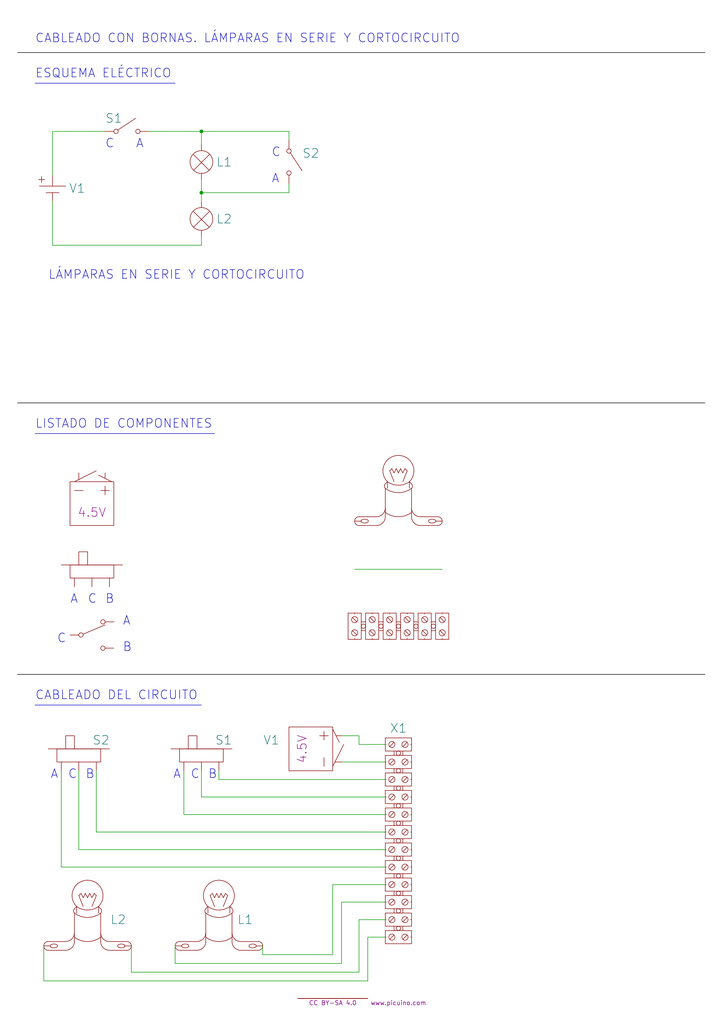
<source format=kicad_sch>
(kicad_sch (version 20211123) (generator eeschema)
  (paper "A4" portrait)
  (title_block (title "CABLEADO CON BORNAS. LÁMPARAS EN SERIE Y CORTOCIRCUITO") (date "14/12/2018") (company "www.picuino.com") (comment 1 "Copyright (c) 2018 by Carlos Pardo") (comment 2 "License CC BY-SA 4.0"))
  (lib_symbols
    (symbol "simbolos:CopyRight" (pin_names (offset 1.016))
      (property "License" "CC BY-SA 4.0" (at -1.27 -1.27 0))
      (property "Web" "www.picuino.com" (at 0 -1.27 0))
      (symbol "CopyRight_0_1"
        (polyline (pts (xy -10.16 0) (xy 10.16 0)) (stroke (width 0.2032)))
      )
    )
    (symbol "simbolos:Pila" (pin_names (offset 1.016))
      (property "Reference" "V" (at 5.08 -4.445 0))
      (symbol "Pila_0_1"
        (polyline (pts (xy -4.064 -1.27) (xy -2.286 -1.27)))
        (polyline (pts (xy -3.81 -3.175) (xy 3.81 -3.175)))
        (polyline (pts (xy -3.175 -0.381) (xy -3.175 -2.159)))
        (polyline (pts (xy -1.905 -5.08) (xy 1.905 -5.08)))
      )
      (symbol "Pila_1_1"
        (pin input line (at 0 -7.62 90) (length 2.54) (name "") (number ""))
        (pin input line (at 0 0 270) (length 3.175) (name "") (number ""))
      )
    )
    (symbol "simbolos:borna_12x2" (pin_names (offset 1.016))
      (property "Reference" "X" (at 3.81 3.81 0))
      (symbol "borna_12x2_0_1"
        (rectangle (start 0 -53.975) (end 7.62 -57.785))
        (rectangle (start 0 -48.895) (end 7.62 -52.705))
        (rectangle (start 0 -43.815) (end 7.62 -47.625))
        (rectangle (start 0 -38.735) (end 7.62 -42.545))
        (rectangle (start 0 -33.655) (end 7.62 -37.465))
        (rectangle (start 0 -28.575) (end 7.62 -32.385))
        (rectangle (start 0 -23.495) (end 7.62 -27.305))
        (rectangle (start 0 -18.415) (end 7.62 -22.225))
        (rectangle (start 0 -13.335) (end 7.62 -17.145))
        (rectangle (start 0 -8.255) (end 7.62 -12.065))
        (rectangle (start 0 -3.175) (end 7.62 -6.985))
        (polyline (pts (xy 1.27 -56.515) (xy 2.54 -55.245)))
        (polyline (pts (xy 1.27 -51.435) (xy 2.54 -50.165)))
        (polyline (pts (xy 1.27 -46.355) (xy 2.54 -45.085)))
        (polyline (pts (xy 1.27 -41.275) (xy 2.54 -40.005)))
        (polyline (pts (xy 1.27 -36.195) (xy 2.54 -34.925)))
        (polyline (pts (xy 1.27 -31.115) (xy 2.54 -29.845)))
        (polyline (pts (xy 1.27 -26.035) (xy 2.54 -24.765)))
        (polyline (pts (xy 1.27 -20.955) (xy 2.54 -19.685)))
        (polyline (pts (xy 1.27 -15.875) (xy 2.54 -14.605)))
        (polyline (pts (xy 1.27 -10.795) (xy 2.54 -9.525)))
        (polyline (pts (xy 1.27 -5.715) (xy 2.54 -4.445)))
        (polyline (pts (xy 1.27 -0.635) (xy 2.54 0.635)))
        (polyline (pts (xy 2.54 -53.975) (xy 2.54 -52.705)))
        (polyline (pts (xy 2.54 -48.895) (xy 2.54 -47.625)))
        (polyline (pts (xy 2.54 -43.815) (xy 2.54 -42.545)))
        (polyline (pts (xy 2.54 -38.735) (xy 2.54 -37.465)))
        (polyline (pts (xy 2.54 -33.655) (xy 2.54 -32.385)))
        (polyline (pts (xy 2.54 -28.575) (xy 2.54 -27.305)))
        (polyline (pts (xy 2.54 -23.495) (xy 2.54 -22.225)))
        (polyline (pts (xy 2.54 -18.415) (xy 2.54 -17.145)))
        (polyline (pts (xy 2.54 -13.335) (xy 2.54 -12.065)))
        (polyline (pts (xy 2.54 -8.255) (xy 2.54 -6.985)))
        (polyline (pts (xy 2.54 -3.175) (xy 2.54 -1.905)))
        (polyline (pts (xy 5.08 -56.515) (xy 6.35 -55.245)))
        (polyline (pts (xy 5.08 -53.975) (xy 5.08 -52.705)))
        (polyline (pts (xy 5.08 -51.435) (xy 6.35 -50.165)))
        (polyline (pts (xy 5.08 -48.895) (xy 5.08 -47.625)))
        (polyline (pts (xy 5.08 -46.355) (xy 6.35 -45.085)))
        (polyline (pts (xy 5.08 -43.815) (xy 5.08 -42.545)))
        (polyline (pts (xy 5.08 -41.275) (xy 6.35 -40.005)))
        (polyline (pts (xy 5.08 -38.735) (xy 5.08 -37.465)))
        (polyline (pts (xy 5.08 -36.195) (xy 6.35 -34.925)))
        (polyline (pts (xy 5.08 -33.655) (xy 5.08 -32.385)))
        (polyline (pts (xy 5.08 -31.115) (xy 6.35 -29.845)))
        (polyline (pts (xy 5.08 -28.575) (xy 5.08 -27.305)))
        (polyline (pts (xy 5.08 -26.035) (xy 6.35 -24.765)))
        (polyline (pts (xy 5.08 -23.495) (xy 5.08 -22.225)))
        (polyline (pts (xy 5.08 -20.955) (xy 6.35 -19.685)))
        (polyline (pts (xy 5.08 -18.415) (xy 5.08 -17.145)))
        (polyline (pts (xy 5.08 -15.875) (xy 6.35 -14.605)))
        (polyline (pts (xy 5.08 -13.335) (xy 5.08 -12.065)))
        (polyline (pts (xy 5.08 -10.795) (xy 6.35 -9.525)))
        (polyline (pts (xy 5.08 -8.255) (xy 5.08 -6.985)))
        (polyline (pts (xy 5.08 -5.715) (xy 6.35 -4.445)))
        (polyline (pts (xy 5.08 -3.175) (xy 5.08 -1.905)))
        (polyline (pts (xy 5.08 -0.635) (xy 6.35 0.635)))
        (rectangle (start 0 1.905) (end 7.62 -1.905))
        (circle (center 1.905 -55.88) (radius 0.889))
        (circle (center 1.905 -50.8) (radius 0.889))
        (circle (center 1.905 -45.72) (radius 0.889))
        (circle (center 1.905 -40.64) (radius 0.889))
        (circle (center 1.905 -35.56) (radius 0.889))
        (circle (center 1.905 -30.48) (radius 0.889))
        (circle (center 1.905 -25.4) (radius 0.889))
        (circle (center 1.905 -20.32) (radius 0.889))
        (circle (center 1.905 -15.24) (radius 0.889))
        (circle (center 1.905 -10.16) (radius 0.889))
        (circle (center 1.905 -5.08) (radius 0.889))
        (circle (center 1.905 0) (radius 0.889))
        (circle (center 3.81 -53.34) (radius 0.635))
        (circle (center 3.81 -48.26) (radius 0.635))
        (circle (center 3.81 -43.18) (radius 0.635))
        (circle (center 3.81 -38.1) (radius 0.635))
        (circle (center 3.81 -33.02) (radius 0.635))
        (circle (center 3.81 -27.94) (radius 0.635))
        (circle (center 3.81 -22.86) (radius 0.635))
        (circle (center 3.81 -17.78) (radius 0.635))
        (circle (center 3.81 -12.7) (radius 0.635))
        (circle (center 3.81 -7.62) (radius 0.635))
        (circle (center 3.81 -2.54) (radius 0.635))
        (circle (center 5.715 -55.88) (radius 0.889))
        (circle (center 5.715 -50.8) (radius 0.889))
        (circle (center 5.715 -45.72) (radius 0.889))
        (circle (center 5.715 -40.64) (radius 0.889))
        (circle (center 5.715 -35.56) (radius 0.889))
        (circle (center 5.715 -30.48) (radius 0.889))
        (circle (center 5.715 -25.4) (radius 0.889))
        (circle (center 5.715 -20.32) (radius 0.889))
        (circle (center 5.715 -15.24) (radius 0.889))
        (circle (center 5.715 -10.16) (radius 0.889))
        (circle (center 5.715 -5.08) (radius 0.889))
        (circle (center 5.715 0) (radius 0.889))
      )
      (symbol "borna_12x2_1_1"
        (pin input line (at 0 -55.88 0) (length 0.254) (name "") (number ""))
        (pin input line (at 0 -50.8 0) (length 0.254) (name "") (number ""))
        (pin input line (at 0 -45.72 0) (length 0.254) (name "") (number ""))
        (pin input line (at 0 -40.64 0) (length 0.254) (name "") (number ""))
        (pin input line (at 0 -35.56 0) (length 0.254) (name "") (number ""))
        (pin input line (at 0 -30.48 0) (length 0.254) (name "") (number ""))
        (pin input line (at 0 -25.4 0) (length 0.254) (name "") (number ""))
        (pin input line (at 0 -20.32 0) (length 0.254) (name "") (number ""))
        (pin input line (at 0 -15.24 0) (length 0.254) (name "") (number ""))
        (pin input line (at 0 -10.16 0) (length 0.254) (name "") (number ""))
        (pin input line (at 0 -5.08 0) (length 0.254) (name "") (number ""))
        (pin input line (at 0 0 0) (length 0.254) (name "") (number ""))
        (pin input line (at 7.62 -55.88 180) (length 0.254) (name "") (number ""))
        (pin input line (at 7.62 -50.8 180) (length 0.254) (name "") (number ""))
        (pin input line (at 7.62 -45.72 180) (length 0.254) (name "") (number ""))
        (pin input line (at 7.62 -40.64 180) (length 0.254) (name "") (number ""))
        (pin input line (at 7.62 -35.56 180) (length 0.254) (name "") (number ""))
        (pin input line (at 7.62 -30.48 180) (length 0.254) (name "") (number ""))
        (pin input line (at 7.62 -25.4 180) (length 0.254) (name "") (number ""))
        (pin input line (at 7.62 -20.32 180) (length 0.254) (name "") (number ""))
        (pin input line (at 7.62 -15.24 180) (length 0.254) (name "") (number ""))
        (pin input line (at 7.62 -10.16 180) (length 0.254) (name "") (number ""))
        (pin input line (at 7.62 -5.08 180) (length 0.254) (name "") (number ""))
        (pin input line (at 7.62 0 180) (length 0.254) (name "") (number ""))
      )
    )
    (symbol "simbolos:borna_6x2" (pin_names (offset 1.016))
      (property "Reference" "X" (at 3.81 3.81 0))
      (symbol "borna_6x2_0_1"
        (rectangle (start 0 -23.495) (end 7.62 -27.305))
        (rectangle (start 0 -18.415) (end 7.62 -22.225))
        (rectangle (start 0 -13.335) (end 7.62 -17.145))
        (rectangle (start 0 -8.255) (end 7.62 -12.065))
        (rectangle (start 0 -3.175) (end 7.62 -6.985))
        (polyline (pts (xy 1.27 -26.035) (xy 2.54 -24.765)))
        (polyline (pts (xy 1.27 -20.955) (xy 2.54 -19.685)))
        (polyline (pts (xy 1.27 -15.875) (xy 2.54 -14.605)))
        (polyline (pts (xy 1.27 -10.795) (xy 2.54 -9.525)))
        (polyline (pts (xy 1.27 -5.715) (xy 2.54 -4.445)))
        (polyline (pts (xy 1.27 -0.635) (xy 2.54 0.635)))
        (polyline (pts (xy 2.54 -23.495) (xy 2.54 -22.225)))
        (polyline (pts (xy 2.54 -18.415) (xy 2.54 -17.145)))
        (polyline (pts (xy 2.54 -13.335) (xy 2.54 -12.065)))
        (polyline (pts (xy 2.54 -8.255) (xy 2.54 -6.985)))
        (polyline (pts (xy 2.54 -3.175) (xy 2.54 -1.905)))
        (polyline (pts (xy 5.08 -26.035) (xy 6.35 -24.765)))
        (polyline (pts (xy 5.08 -23.495) (xy 5.08 -22.225)))
        (polyline (pts (xy 5.08 -20.955) (xy 6.35 -19.685)))
        (polyline (pts (xy 5.08 -18.415) (xy 5.08 -17.145)))
        (polyline (pts (xy 5.08 -15.875) (xy 6.35 -14.605)))
        (polyline (pts (xy 5.08 -13.335) (xy 5.08 -12.065)))
        (polyline (pts (xy 5.08 -10.795) (xy 6.35 -9.525)))
        (polyline (pts (xy 5.08 -8.255) (xy 5.08 -6.985)))
        (polyline (pts (xy 5.08 -5.715) (xy 6.35 -4.445)))
        (polyline (pts (xy 5.08 -3.175) (xy 5.08 -1.905)))
        (polyline (pts (xy 5.08 -0.635) (xy 6.35 0.635)))
        (rectangle (start 0 1.905) (end 7.62 -1.905))
        (circle (center 1.905 -25.4) (radius 0.889))
        (circle (center 1.905 -20.32) (radius 0.889))
        (circle (center 1.905 -15.24) (radius 0.889))
        (circle (center 1.905 -10.16) (radius 0.889))
        (circle (center 1.905 -5.08) (radius 0.889))
        (circle (center 1.905 0) (radius 0.889))
        (circle (center 3.81 -22.86) (radius 0.635))
        (circle (center 3.81 -17.78) (radius 0.635))
        (circle (center 3.81 -12.7) (radius 0.635))
        (circle (center 3.81 -7.62) (radius 0.635))
        (circle (center 3.81 -2.54) (radius 0.635))
        (circle (center 5.715 -25.4) (radius 0.889))
        (circle (center 5.715 -20.32) (radius 0.889))
        (circle (center 5.715 -15.24) (radius 0.889))
        (circle (center 5.715 -10.16) (radius 0.889))
        (circle (center 5.715 -5.08) (radius 0.889))
        (circle (center 5.715 0) (radius 0.889))
      )
      (symbol "borna_6x2_1_1"
        (pin input line (at 0 -25.4 0) (length 0.254) (name "") (number ""))
        (pin input line (at 0 -20.32 0) (length 0.254) (name "") (number ""))
        (pin input line (at 0 -15.24 0) (length 0.254) (name "") (number ""))
        (pin input line (at 0 -10.16 0) (length 0.254) (name "") (number ""))
        (pin input line (at 0 -5.08 0) (length 0.254) (name "") (number ""))
        (pin input line (at 0 0 0) (length 0.254) (name "") (number ""))
        (pin input line (at 7.62 -25.4 180) (length 0.254) (name "") (number ""))
        (pin input line (at 7.62 -20.32 180) (length 0.254) (name "") (number ""))
        (pin input line (at 7.62 -15.24 180) (length 0.254) (name "") (number ""))
        (pin input line (at 7.62 -10.16 180) (length 0.254) (name "") (number ""))
        (pin input line (at 7.62 -5.08 180) (length 0.254) (name "") (number ""))
        (pin input line (at 7.62 0 180) (length 0.254) (name "") (number ""))
      )
    )
    (symbol "simbolos:conmutador" (pin_names (offset 1.016))
      (property "Reference" "S" (at 4.445 3.175 0))
      (symbol "conmutador_0_0"
        (circle (center 3.175 0) (radius 0.635))
        (circle (center 9.525 -3.81) (radius 0.635))
        (circle (center 9.525 3.81) (radius 0.635))
      )
      (symbol "conmutador_0_1"
        (polyline (pts (xy 10.16 2.921) (xy 3.81 0.254)))
      )
      (symbol "conmutador_1_1"
        (pin input line (at 0 0 0) (length 2.54) (name "") (number ""))
        (pin input line (at 12.7 -3.81 180) (length 2.54) (name "") (number ""))
        (pin input line (at 12.7 3.81 180) (length 2.54) (name "") (number ""))
      )
    )
    (symbol "simbolos:interruptor" (pin_names (offset 1.016))
      (property "Reference" "S" (at 4.445 3.175 0))
      (symbol "interruptor_0_0"
        (polyline (pts (xy 8.89 3.81) (xy 3.683 0.381)))
        (circle (center 3.175 0) (radius 0.635))
        (circle (center 9.525 0) (radius 0.635))
      )
      (symbol "interruptor_1_1"
        (pin input line (at 0 0 0) (length 2.54) (name "") (number ""))
        (pin input line (at 12.7 0 180) (length 2.54) (name "") (number ""))
      )
    )
    (symbol "simbolos:lampara" (pin_names (offset 1.016))
      (property "Reference" "L" (at 4.445 -5.08 0))
      (symbol "lampara_0_1"
        (circle (center 0 -5.08) (radius 3.302))
        (polyline (pts (xy -2.286 -7.493) (xy 2.286 -2.921)))
        (polyline (pts (xy -2.286 -2.921) (xy 2.286 -7.493)))
      )
      (symbol "lampara_1_1"
        (pin input line (at 0 -10.16 90) (length 1.778) (name "") (number ""))
        (pin input line (at 0 0 270) (length 1.778) (name "") (number ""))
      )
    )
    (symbol "simbolos:lampara_pack" (pin_names (offset 1.016))
      (property "Reference" "L" (at 17.78 6.35 0))
      (symbol "lampara_pack_0_1"
        (polyline (pts (xy 1.27 -1.27) (xy 6.35 -1.27)))
        (polyline (pts (xy 6.35 1.27) (xy 1.27 1.27)))
        (polyline (pts (xy 8.89 1.27) (xy 8.89 9.525)))
        (polyline (pts (xy 8.89 10.795) (xy 9.525 11.43)))
        (polyline (pts (xy 9.525 11.43) (xy 9.525 9.525)))
        (polyline (pts (xy 11.43 11.43) (xy 10.16 14.605)))
        (polyline (pts (xy 13.97 11.43) (xy 15.24 14.605)))
        (polyline (pts (xy 15.875 11.43) (xy 15.875 9.525)))
        (polyline (pts (xy 16.51 1.27) (xy 16.51 9.525)))
        (polyline (pts (xy 16.51 10.795) (xy 15.875 11.43)))
        (polyline (pts (xy 19.05 1.27) (xy 24.13 1.27)))
        (polyline (pts (xy 24.13 -1.27) (xy 19.05 -1.27)))
        (polyline (pts (xy 10.16 14.605) (xy 10.795 15.24) (xy 11.43 13.97) (xy 12.065 15.24) (xy 12.7 13.97) (xy 13.335 15.24) (xy 13.97 13.97) (xy 14.605 15.24) (xy 15.24 14.605)))
        (arc (start 1.27 1.27) (mid 0 0) (end 1.27 -1.27))
        (arc (start 2.159 -0.381) (mid 2.921 -0.5609) (end 3.683 -0.381))
        (arc (start 2.159 0.381) (mid 1.8844 0) (end 2.159 -0.381))
        (arc (start 3.683 -0.381) (mid 3.9576 0) (end 3.683 0.381))
        (arc (start 3.683 0.381) (mid 2.921 0.5609) (end 2.159 0.381))
        (arc (start 6.35 -1.27) (mid 8.1297 -0.5171) (end 8.89 1.27))
        (arc (start 6.35 1.27) (mid 8.1297 2.0229) (end 8.89 3.81))
        (arc (start 8.89 2.54) (mid 12.7 1.27) (end 16.51 2.54))
        (arc (start 8.89 9.525) (mid 12.7 8.255) (end 16.51 9.525))
        (arc (start 8.89 10.795) (mid 8.627 10.16) (end 8.89 9.525))
        (arc (start 9.525 11.43) (mid 12.7 10.4125) (end 15.875 11.43))
        (arc (start 12.7 19.05) (mid 8.5493 16.3021) (end 9.525 11.43))
        (arc (start 15.875 11.43) (mid 16.8357 16.2958) (end 12.7 19.05))
        (arc (start 16.51 1.27) (mid 17.2523 -0.5349) (end 19.05 -1.27))
        (arc (start 16.51 3.81) (mid 17.2523 2.0051) (end 19.05 1.27))
        (arc (start 16.51 9.525) (mid 16.773 10.16) (end 16.51 10.795))
        (arc (start 21.717 -0.381) (mid 22.479 -0.5609) (end 23.241 -0.381))
        (arc (start 21.717 0.381) (mid 21.4424 0) (end 21.717 -0.381))
        (arc (start 23.241 -0.381) (mid 23.5156 0) (end 23.241 0.381))
        (arc (start 23.241 0.381) (mid 22.479 0.5609) (end 21.717 0.381))
        (arc (start 24.13 -1.27) (mid 25.4 0) (end 24.13 1.27))
      )
      (symbol "lampara_pack_1_1"
        (pin input line (at 0 0 0) (length 1.905) (name "") (number ""))
        (pin input line (at 25.4 0 180) (length 1.905) (name "") (number ""))
      )
    )
    (symbol "simbolos:pila_petaca" (pin_names (offset 1.016))
      (property "Reference" "V" (at 11.43 -8.89 0))
      (property "V" "4.5V" (at 3.81 -12.7 0))
      (symbol "pila_petaca_0_1"
        (rectangle (start -2.54 -2.54) (end 10.16 -15.24))
        (polyline (pts (xy -1.27 -5.08) (xy 1.27 -5.08)))
        (polyline (pts (xy -1.27 -2.54) (xy 5.08 0.635)))
        (polyline (pts (xy 7.62 -3.81) (xy 7.62 -6.35)))
        (polyline (pts (xy 8.89 -5.08) (xy 6.35 -5.08)))
        (polyline (pts (xy 9.525 -2.54) (xy 5.715 -0.635)))
      )
      (symbol "pila_petaca_1_1"
        (pin input line (at 0 0 270) (length 1.905) (name "") (number ""))
        (pin input line (at 7.62 0 270) (length 1.524) (name "") (number ""))
      )
    )
    (symbol "simbolos:selector_pack" (pin_names (offset 1.016))
      (property "Reference" "S" (at 11.43 8.89 0))
      (symbol "selector_pack_0_1"
        (rectangle (start -1.27 6.35) (end 11.43 2.54))
        (polyline (pts (xy 13.97 6.35) (xy -3.81 6.35)))
        (polyline (pts (xy 1.27 6.35) (xy 1.27 10.16) (xy 3.81 10.16) (xy 3.81 6.35)))
      )
      (symbol "selector_pack_1_1"
        (pin input line (at 0 0 90) (length 2.54) (name "") (number ""))
        (pin input line (at 5.08 0 90) (length 2.54) (name "") (number ""))
        (pin input line (at 10.16 0 90) (length 2.54) (name "") (number ""))
      )
    )
  )
  (junction (at 58.42 55.88))
  (junction (at 58.42 38.1))
  (wire (pts (xy 104.14 215.9) (xy 104.14 213.36)))
  (wire (pts (xy 22.86 246.38) (xy 111.76 246.38)))
  (wire (pts (xy 12.7 284.48) (xy 12.7 274.32)))
  (polyline (pts (xy 5.08 15.24) (xy 204.47 15.24)) (stroke (width 0) (type solid) (color 0 0 0 1)))
  (wire (pts (xy 63.5 226.06) (xy 63.5 223.52)))
  (polyline (pts (xy 10.16 24.13) (xy 50.8 24.13)) (stroke (width 0) (type solid)))
  (wire (pts (xy 99.06 261.62) (xy 99.06 279.4)))
  (wire (pts (xy 96.52 256.54) (xy 111.76 256.54)))
  (wire (pts (xy 96.52 256.54) (xy 96.52 276.86)))
  (wire (pts (xy 99.06 220.98) (xy 111.76 220.98)))
  (wire (pts (xy 58.42 55.88) (xy 58.42 58.42)))
  (wire (pts (xy 58.42 38.1) (xy 58.42 41.91)))
  (wire (pts (xy 58.42 223.52) (xy 58.42 231.14)))
  (wire (pts (xy 111.76 226.06) (xy 63.5 226.06)))
  (wire (pts (xy 106.68 284.48) (xy 12.7 284.48)))
  (wire (pts (xy 15.24 58.42) (xy 15.24 71.12)))
  (wire (pts (xy 22.86 223.52) (xy 22.86 246.38)))
  (wire (pts (xy 111.76 241.3) (xy 27.94 241.3)))
  (wire (pts (xy 58.42 231.14) (xy 111.76 231.14)))
  (wire (pts (xy 58.42 68.58) (xy 58.42 71.12)))
  (wire (pts (xy 53.34 236.22) (xy 53.34 223.52)))
  (wire (pts (xy 38.1 281.94) (xy 104.14 281.94)))
  (wire (pts (xy 17.78 223.52) (xy 17.78 251.46)))
  (polyline (pts (xy 5.08 195.58) (xy 204.47 195.58)) (stroke (width 0) (type solid) (color 0 0 0 1)))
  (polyline (pts (xy 10.16 204.47) (xy 58.42 204.47)) (stroke (width 0) (type solid)))
  (wire (pts (xy 111.76 271.78) (xy 106.68 271.78)))
  (wire (pts (xy 104.14 266.7) (xy 111.76 266.7)))
  (wire (pts (xy 83.82 38.1) (xy 83.82 40.64)))
  (wire (pts (xy 76.2 274.32) (xy 76.2 276.86)))
  (wire (pts (xy 102.87 165.1) (xy 128.27 165.1)))
  (wire (pts (xy 104.14 215.9) (xy 111.76 215.9)))
  (wire (pts (xy 76.2 276.86) (xy 96.52 276.86)))
  (wire (pts (xy 106.68 271.78) (xy 106.68 284.48)))
  (polyline (pts (xy 5.08 116.84) (xy 204.47 116.84)) (stroke (width 0) (type solid) (color 0 0 0 1)))
  (wire (pts (xy 111.76 236.22) (xy 53.34 236.22)))
  (wire (pts (xy 58.42 38.1) (xy 83.82 38.1)))
  (wire (pts (xy 58.42 55.88) (xy 83.82 55.88)))
  (wire (pts (xy 15.24 38.1) (xy 15.24 50.8)))
  (wire (pts (xy 15.24 38.1) (xy 30.48 38.1)))
  (polyline (pts (xy 10.16 125.73) (xy 62.23 125.73)) (stroke (width 0) (type solid)))
  (wire (pts (xy 99.06 261.62) (xy 111.76 261.62)))
  (wire (pts (xy 104.14 213.36) (xy 99.06 213.36)))
  (wire (pts (xy 38.1 274.32) (xy 38.1 281.94)))
  (wire (pts (xy 50.8 279.4) (xy 99.06 279.4)))
  (wire (pts (xy 111.76 251.46) (xy 17.78 251.46)))
  (wire (pts (xy 43.18 38.1) (xy 58.42 38.1)))
  (wire (pts (xy 104.14 266.7) (xy 104.14 281.94)))
  (wire (pts (xy 50.8 274.32) (xy 50.8 279.4)))
  (wire (pts (xy 83.82 55.88) (xy 83.82 53.34)))
  (wire (pts (xy 58.42 52.07) (xy 58.42 55.88)))
  (wire (pts (xy 27.94 241.3) (xy 27.94 223.52)))
  (wire (pts (xy 15.24 71.12) (xy 58.42 71.12)))
  (text "C" (at 55.245 226.06 0) (effects (font (size 2.54 2.54)) (justify left bottom)))
  (text "A" (at 39.37 43.18 0) (effects (font (size 2.54 2.54)) (justify left bottom)))
  (text "A" (at 50.165 226.06 0) (effects (font (size 2.54 2.54)) (justify left bottom)))
  (text "C" (at 30.48 43.18 0) (effects (font (size 2.54 2.54)) (justify left bottom)))
  (text "B" (at 30.48 175.26 0) (effects (font (size 2.54 2.54)) (justify left bottom)))
  (text "A" (at 35.56 181.61 0) (effects (font (size 2.54 2.54)) (justify left bottom)))
  (text "A" (at 14.605 226.06 0) (effects (font (size 2.54 2.54)) (justify left bottom)))
  (text "C" (at 25.4 175.26 0) (effects (font (size 2.54 2.54)) (justify left bottom)))
  (text "C" (at 16.51 186.69 0) (effects (font (size 2.54 2.54)) (justify left bottom)))
  (text "LISTADO DE COMPONENTES" (at 10.16 124.46 0) (effects (font (size 2.54 2.54)) (justify left bottom)))
  (text "A" (at 20.32 175.26 0) (effects (font (size 2.54 2.54)) (justify left bottom)))
  (text "A" (at 78.74 53.34 0) (effects (font (size 2.54 2.54)) (justify left bottom)))
  (text "B" (at 60.325 226.06 0) (effects (font (size 2.54 2.54)) (justify left bottom)))
  (text "C" (at 78.74 45.72 0) (effects (font (size 2.54 2.54)) (justify left bottom)))
  (text "B" (at 24.765 226.06 0) (effects (font (size 2.54 2.54)) (justify left bottom)))
  (text "LÁMPARAS EN SERIE Y CORTOCIRCUITO" (at 13.97 81.28 0) (effects (font (size 2.54 2.54)) (justify left bottom)))
  (text "CABLEADO DEL CIRCUITO" (at 10.16 203.2 0) (effects (font (size 2.54 2.54)) (justify left bottom)))
  (text "B" (at 35.56 189.23 0) (effects (font (size 2.54 2.54)) (justify left bottom)))
  (text "ESQUEMA ELÉCTRICO" (at 10.16 22.86 0) (effects (font (size 2.54 2.54)) (justify left bottom)))
  (text "C" (at 19.685 226.06 0) (effects (font (size 2.54 2.54)) (justify left bottom)))
  (text "CABLEADO CON BORNAS. LÁMPARAS EN SERIE Y CORTOCIRCUITO" (at 10.16 12.7 0) (effects (font (size 2.54 2.54)) (justify left bottom)))
  (symbol (lib_id "simbolos:selector_pack") (at 17.78 223.52 0) (unit 1)
    (property "Reference" "S2" (at 26.67 214.63 0) (effects (font (size 2.54 2.54)) (justify left)))
  )
  (symbol (lib_id "simbolos:selector_pack") (at 53.34 223.52 0) (unit 1)
    (property "Reference" "S1" (at 62.23 214.63 0) (effects (font (size 2.54 2.54)) (justify left)))
  )
  (symbol (lib_id "simbolos:lampara_pack") (at 50.8 274.32 0) (unit 1)
    (property "Reference" "L1" (at 71.12 266.7 0) (effects (font (size 2.54 2.54))))
  )
  (symbol (lib_id "simbolos:pila_petaca") (at 22.86 137.16 0) (unit 1)
    (property "Reference" "V?" (effects hide))
    (property "V" "4.5V" (at 26.67 148.59 0) (effects (font (size 2.54 2.54))))
  )
  (symbol (lib_id "simbolos:borna_12x2") (at 111.76 215.9 0) (unit 1)
    (property "Reference" "X1" (at 115.57 211.1756 0) (effects (font (size 2.54 2.54))))
  )
  (symbol (lib_id "simbolos:Pila") (at 15.24 50.8 0) (unit 1)
    (property "Reference" "V1" (at 19.8882 54.61 0) (effects (font (size 2.54 2.54)) (justify left)))
  )
  (symbol (lib_id "simbolos:selector_pack") (at 21.59 170.18 0) (unit 1)
    (property "Reference" "S?" (effects hide))
  )
  (symbol (lib_id "simbolos:pila_petaca") (at 99.06 220.98 270) (mirror x) (unit 1)
    (property "Reference" "V1" (at 76.2 214.63 90) (effects (font (size 2.54 2.54)) (justify left)))
    (property "V" "4.5V" (at 87.63 217.17 0) (effects (font (size 2.54 2.54))))
  )
  (symbol (lib_id "simbolos:lampara_pack") (at 12.7 274.32 0) (unit 1)
    (property "Reference" "L2" (at 34.29 266.7 0) (effects (font (size 2.54 2.54))))
  )
  (symbol (lib_id "simbolos:interruptor") (at 83.82 40.64 270) (unit 1)
    (property "Reference" "S2" (at 90.17 44.45 90) (effects (font (size 2.54 2.54))))
  )
  (symbol (lib_id "simbolos:CopyRight") (at 96.52 289.56 0) (unit 1)
    (property "Reference" "CP1" (effects hide))
    (property "License" "CC BY-SA 4.0" (at 96.52 290.83 0))
    (property "Web" "www.picuino.com" (at 115.57 290.83 0))
  )
  (symbol (lib_id "simbolos:interruptor") (at 30.48 38.1 0) (unit 1)
    (property "Reference" "S1" (at 33.02 34.29 0) (effects (font (size 2.54 2.54))))
  )
  (symbol (lib_id "simbolos:lampara") (at 58.42 58.42 0) (unit 1)
    (property "Reference" "L2" (at 62.5602 63.5 0) (effects (font (size 2.54 2.54)) (justify left)))
  )
  (symbol (lib_id "simbolos:lampara_pack") (at 102.87 151.13 0) (unit 1)
    (property "Reference" "L?" (effects hide))
  )
  (symbol (lib_id "simbolos:borna_6x2") (at 128.27 177.8 270) (unit 1)
    (property "Reference" "X?" (effects hide))
  )
  (symbol (lib_id "simbolos:lampara") (at 58.42 41.91 0) (unit 1)
    (property "Reference" "L1" (at 62.5602 46.99 0) (effects (font (size 2.54 2.54)) (justify left)))
  )
  (symbol (lib_id "simbolos:conmutador") (at 20.32 184.15 0) (unit 1)
    (property "Reference" "S?" (effects hide))
  )
)
</source>
